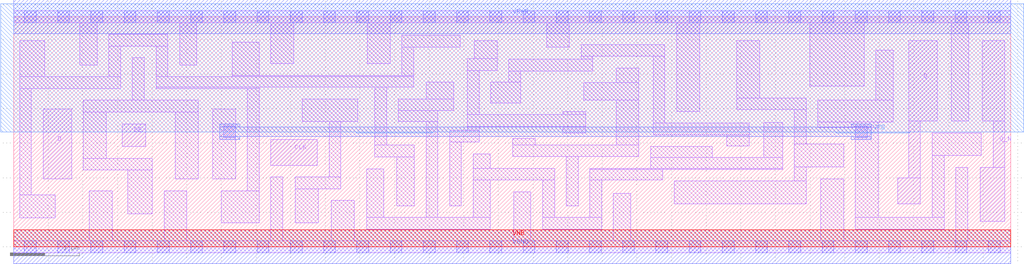
<source format=lef>
# Copyright 2020 The SkyWater PDK Authors
#
# Licensed under the Apache License, Version 2.0 (the "License");
# you may not use this file except in compliance with the License.
# You may obtain a copy of the License at
#
#     https://www.apache.org/licenses/LICENSE-2.0
#
# Unless required by applicable law or agreed to in writing, software
# distributed under the License is distributed on an "AS IS" BASIS,
# WITHOUT WARRANTIES OR CONDITIONS OF ANY KIND, either express or implied.
# See the License for the specific language governing permissions and
# limitations under the License.
#
# SPDX-License-Identifier: Apache-2.0

VERSION 5.7 ;
  NOWIREEXTENSIONATPIN ON ;
  DIVIDERCHAR "/" ;
  BUSBITCHARS "[]" ;
MACRO sky130_fd_sc_ls__edfxbp_1
  CLASS CORE ;
  FOREIGN sky130_fd_sc_ls__edfxbp_1 ;
  ORIGIN  0.000000  0.000000 ;
  SIZE  14.40000 BY  3.330000 ;
  SYMMETRY X Y ;
  SITE unit ;
  PIN D
    ANTENNAGATEAREA  0.126000 ;
    DIRECTION INPUT ;
    USE SIGNAL ;
    PORT
      LAYER li1 ;
        RECT 0.425000 0.980000 0.835000 1.990000 ;
    END
  END D
  PIN DE
    ANTENNAGATEAREA  0.285000 ;
    DIRECTION INPUT ;
    USE SIGNAL ;
    PORT
      LAYER li1 ;
        RECT 1.565000 1.450000 1.905000 1.780000 ;
    END
  END DE
  PIN Q
    ANTENNADIFFAREA  0.541300 ;
    DIRECTION OUTPUT ;
    USE SIGNAL ;
    PORT
      LAYER li1 ;
        RECT 12.765000 0.620000 13.095000 1.000000 ;
        RECT 12.925000 1.000000 13.095000 1.820000 ;
        RECT 12.925000 1.820000 13.340000 2.980000 ;
    END
  END Q
  PIN Q_N
    ANTENNADIFFAREA  0.541300 ;
    DIRECTION OUTPUT ;
    USE SIGNAL ;
    PORT
      LAYER li1 ;
        RECT 13.955000 0.370000 14.315000 1.150000 ;
        RECT 13.990000 1.820000 14.315000 2.980000 ;
        RECT 14.145000 1.150000 14.315000 1.820000 ;
    END
  END Q_N
  PIN VNB
    PORT
      LAYER pwell ;
        RECT 0.000000 0.000000 14.400000 0.245000 ;
    END
  END VNB
  PIN VPB
    PORT
      LAYER nwell ;
        RECT -0.190000 1.660000 14.590000 3.520000 ;
        RECT  4.945000 1.650000  6.045000 1.660000 ;
        RECT 11.870000 1.645000 12.940000 1.660000 ;
    END
  END VPB
  PIN CLK
    ANTENNAGATEAREA  0.279000 ;
    DIRECTION INPUT ;
    USE CLOCK ;
    PORT
      LAYER li1 ;
        RECT 3.715000 1.180000 4.385000 1.550000 ;
    END
  END CLK
  PIN VGND
    DIRECTION INOUT ;
    SHAPE ABUTMENT ;
    USE GROUND ;
    PORT
      LAYER met1 ;
        RECT 0.000000 -0.245000 14.400000 0.245000 ;
    END
  END VGND
  PIN VPWR
    DIRECTION INOUT ;
    SHAPE ABUTMENT ;
    USE POWER ;
    PORT
      LAYER met1 ;
        RECT 0.000000 3.085000 14.400000 3.575000 ;
    END
  END VPWR
  OBS
    LAYER li1 ;
      RECT  0.000000 -0.085000 14.400000 0.085000 ;
      RECT  0.000000  3.245000 14.400000 3.415000 ;
      RECT  0.085000  0.420000  0.600000 0.750000 ;
      RECT  0.085000  0.750000  0.255000 2.290000 ;
      RECT  0.085000  2.290000  1.545000 2.460000 ;
      RECT  0.085000  2.460000  0.445000 2.980000 ;
      RECT  0.955000  2.630000  1.205000 3.245000 ;
      RECT  1.005000  1.110000  2.000000 1.280000 ;
      RECT  1.005000  1.280000  1.335000 1.950000 ;
      RECT  1.005000  1.950000  2.665000 2.120000 ;
      RECT  1.090000  0.085000  1.420000 0.810000 ;
      RECT  1.375000  2.460000  1.545000 2.905000 ;
      RECT  1.375000  2.905000  2.225000 3.075000 ;
      RECT  1.650000  0.480000  2.000000 1.110000 ;
      RECT  1.715000  2.120000  1.885000 2.735000 ;
      RECT  2.055000  2.290000  3.545000 2.310000 ;
      RECT  2.055000  2.310000  5.775000 2.460000 ;
      RECT  2.055000  2.460000  2.225000 2.905000 ;
      RECT  2.170000  0.085000  2.500000 0.810000 ;
      RECT  2.335000  0.980000  2.665000 1.950000 ;
      RECT  2.395000  2.630000  2.645000 3.245000 ;
      RECT  2.875000  0.980000  3.205000 1.990000 ;
      RECT  3.000000  0.350000  3.545000 0.810000 ;
      RECT  3.155000  2.460000  5.775000 2.480000 ;
      RECT  3.155000  2.480000  3.545000 2.960000 ;
      RECT  3.375000  0.810000  3.545000 2.290000 ;
      RECT  3.715000  0.085000  3.885000 1.010000 ;
      RECT  3.715000  2.650000  4.045000 3.245000 ;
      RECT  4.065000  0.350000  4.395000 0.840000 ;
      RECT  4.065000  0.840000  4.725000 1.010000 ;
      RECT  4.165000  1.810000  4.965000 2.140000 ;
      RECT  4.555000  1.010000  4.725000 1.810000 ;
      RECT  4.585000  0.085000  4.915000 0.670000 ;
      RECT  5.095000  0.255000  6.885000 0.425000 ;
      RECT  5.095000  0.425000  5.345000 1.130000 ;
      RECT  5.105000  2.650000  5.435000 3.245000 ;
      RECT  5.215000  1.300000  5.785000 1.470000 ;
      RECT  5.215000  1.470000  5.385000 2.310000 ;
      RECT  5.535000  0.595000  5.785000 1.300000 ;
      RECT  5.555000  1.810000  6.125000 1.970000 ;
      RECT  5.555000  1.970000  6.355000 2.140000 ;
      RECT  5.605000  2.480000  5.775000 2.890000 ;
      RECT  5.605000  2.890000  6.445000 3.060000 ;
      RECT  5.955000  0.425000  6.125000 1.810000 ;
      RECT  5.955000  2.140000  6.355000 2.380000 ;
      RECT  6.295000  0.595000  6.465000 1.515000 ;
      RECT  6.295000  1.515000  6.720000 1.685000 ;
      RECT  6.550000  1.685000  6.720000 1.740000 ;
      RECT  6.550000  1.740000  8.260000 1.910000 ;
      RECT  6.550000  1.910000  6.720000 2.550000 ;
      RECT  6.550000  2.550000  6.980000 2.720000 ;
      RECT  6.635000  0.425000  6.885000 0.965000 ;
      RECT  6.635000  0.965000  7.810000 1.135000 ;
      RECT  6.635000  1.135000  6.885000 1.345000 ;
      RECT  6.650000  2.720000  6.980000 2.980000 ;
      RECT  6.890000  2.080000  7.320000 2.380000 ;
      RECT  7.150000  2.380000  7.320000 2.545000 ;
      RECT  7.150000  2.545000  8.365000 2.715000 ;
      RECT  7.205000  1.305000  9.030000 1.475000 ;
      RECT  7.205000  1.475000  7.535000 1.570000 ;
      RECT  7.220000  0.085000  7.470000 0.795000 ;
      RECT  7.640000  0.255000  8.490000 0.425000 ;
      RECT  7.640000  0.425000  7.810000 0.965000 ;
      RECT  7.695000  2.885000  8.025000 3.245000 ;
      RECT  7.930000  1.645000  8.260000 1.740000 ;
      RECT  7.930000  1.910000  8.260000 1.955000 ;
      RECT  7.980000  0.595000  8.150000 1.305000 ;
      RECT  8.195000  2.715000  8.365000 2.755000 ;
      RECT  8.195000  2.755000  9.405000 2.925000 ;
      RECT  8.230000  2.125000  9.030000 2.375000 ;
      RECT  8.320000  0.425000  8.490000 0.965000 ;
      RECT  8.320000  0.965000  9.370000 1.120000 ;
      RECT  8.320000  1.120000 11.105000 1.135000 ;
      RECT  8.660000  0.085000  8.910000 0.770000 ;
      RECT  8.700000  1.475000  9.030000 2.125000 ;
      RECT  8.700000  2.375000  9.030000 2.585000 ;
      RECT  9.200000  1.135000 11.105000 1.290000 ;
      RECT  9.200000  1.290000 10.085000 1.450000 ;
      RECT  9.235000  1.620000 10.625000 1.790000 ;
      RECT  9.235000  1.790000  9.405000 2.755000 ;
      RECT  9.540000  0.620000 11.445000 0.950000 ;
      RECT  9.575000  1.960000  9.905000 3.245000 ;
      RECT 10.295000  1.460000 10.625000 1.620000 ;
      RECT 10.445000  1.985000 11.445000 2.155000 ;
      RECT 10.445000  2.155000 10.775000 2.980000 ;
      RECT 10.835000  1.290000 11.105000 1.800000 ;
      RECT 11.275000  0.950000 11.445000 1.155000 ;
      RECT 11.275000  1.155000 11.985000 1.485000 ;
      RECT 11.275000  1.485000 11.445000 1.985000 ;
      RECT 11.495000  2.325000 12.280000 3.245000 ;
      RECT 11.615000  1.725000 12.485000 1.805000 ;
      RECT 11.615000  1.805000 12.700000 2.120000 ;
      RECT 11.655000  0.085000 11.985000 0.985000 ;
      RECT 12.155000  0.255000 13.435000 0.425000 ;
      RECT 12.155000  0.425000 12.485000 1.725000 ;
      RECT 12.450000  2.120000 12.700000 2.845000 ;
      RECT 13.265000  0.425000 13.435000 1.320000 ;
      RECT 13.265000  1.320000 13.975000 1.650000 ;
      RECT 13.540000  1.820000 13.790000 3.245000 ;
      RECT 13.605000  0.085000 13.775000 1.150000 ;
    LAYER mcon ;
      RECT  0.155000 -0.085000  0.325000 0.085000 ;
      RECT  0.155000  3.245000  0.325000 3.415000 ;
      RECT  0.635000 -0.085000  0.805000 0.085000 ;
      RECT  0.635000  3.245000  0.805000 3.415000 ;
      RECT  1.115000 -0.085000  1.285000 0.085000 ;
      RECT  1.115000  3.245000  1.285000 3.415000 ;
      RECT  1.595000 -0.085000  1.765000 0.085000 ;
      RECT  1.595000  3.245000  1.765000 3.415000 ;
      RECT  2.075000 -0.085000  2.245000 0.085000 ;
      RECT  2.075000  3.245000  2.245000 3.415000 ;
      RECT  2.555000 -0.085000  2.725000 0.085000 ;
      RECT  2.555000  3.245000  2.725000 3.415000 ;
      RECT  3.035000 -0.085000  3.205000 0.085000 ;
      RECT  3.035000  1.580000  3.205000 1.750000 ;
      RECT  3.035000  3.245000  3.205000 3.415000 ;
      RECT  3.515000 -0.085000  3.685000 0.085000 ;
      RECT  3.515000  3.245000  3.685000 3.415000 ;
      RECT  3.995000 -0.085000  4.165000 0.085000 ;
      RECT  3.995000  3.245000  4.165000 3.415000 ;
      RECT  4.475000 -0.085000  4.645000 0.085000 ;
      RECT  4.475000  3.245000  4.645000 3.415000 ;
      RECT  4.955000 -0.085000  5.125000 0.085000 ;
      RECT  4.955000  3.245000  5.125000 3.415000 ;
      RECT  5.435000 -0.085000  5.605000 0.085000 ;
      RECT  5.435000  3.245000  5.605000 3.415000 ;
      RECT  5.915000 -0.085000  6.085000 0.085000 ;
      RECT  5.915000  3.245000  6.085000 3.415000 ;
      RECT  6.395000 -0.085000  6.565000 0.085000 ;
      RECT  6.395000  3.245000  6.565000 3.415000 ;
      RECT  6.875000 -0.085000  7.045000 0.085000 ;
      RECT  6.875000  3.245000  7.045000 3.415000 ;
      RECT  7.355000 -0.085000  7.525000 0.085000 ;
      RECT  7.355000  3.245000  7.525000 3.415000 ;
      RECT  7.835000 -0.085000  8.005000 0.085000 ;
      RECT  7.835000  3.245000  8.005000 3.415000 ;
      RECT  8.315000 -0.085000  8.485000 0.085000 ;
      RECT  8.315000  3.245000  8.485000 3.415000 ;
      RECT  8.795000 -0.085000  8.965000 0.085000 ;
      RECT  8.795000  3.245000  8.965000 3.415000 ;
      RECT  9.275000 -0.085000  9.445000 0.085000 ;
      RECT  9.275000  3.245000  9.445000 3.415000 ;
      RECT  9.755000 -0.085000  9.925000 0.085000 ;
      RECT  9.755000  3.245000  9.925000 3.415000 ;
      RECT 10.235000 -0.085000 10.405000 0.085000 ;
      RECT 10.235000  3.245000 10.405000 3.415000 ;
      RECT 10.715000 -0.085000 10.885000 0.085000 ;
      RECT 10.715000  3.245000 10.885000 3.415000 ;
      RECT 11.195000 -0.085000 11.365000 0.085000 ;
      RECT 11.195000  3.245000 11.365000 3.415000 ;
      RECT 11.675000 -0.085000 11.845000 0.085000 ;
      RECT 11.675000  3.245000 11.845000 3.415000 ;
      RECT 12.155000 -0.085000 12.325000 0.085000 ;
      RECT 12.155000  1.580000 12.325000 1.750000 ;
      RECT 12.155000  3.245000 12.325000 3.415000 ;
      RECT 12.635000 -0.085000 12.805000 0.085000 ;
      RECT 12.635000  3.245000 12.805000 3.415000 ;
      RECT 13.115000 -0.085000 13.285000 0.085000 ;
      RECT 13.115000  3.245000 13.285000 3.415000 ;
      RECT 13.595000 -0.085000 13.765000 0.085000 ;
      RECT 13.595000  3.245000 13.765000 3.415000 ;
      RECT 14.075000 -0.085000 14.245000 0.085000 ;
      RECT 14.075000  3.245000 14.245000 3.415000 ;
    LAYER met1 ;
      RECT  2.975000 1.550000  3.265000 1.595000 ;
      RECT  2.975000 1.595000 12.385000 1.735000 ;
      RECT  2.975000 1.735000  3.265000 1.780000 ;
      RECT 12.095000 1.550000 12.385000 1.595000 ;
      RECT 12.095000 1.735000 12.385000 1.780000 ;
  END
END sky130_fd_sc_ls__edfxbp_1
END LIBRARY

</source>
